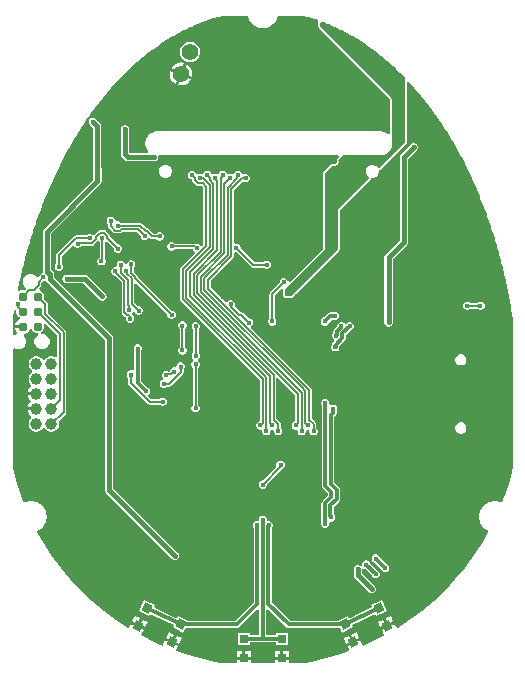
<source format=gtl>
G04*
G04 #@! TF.GenerationSoftware,Altium Limited,Altium Designer,22.7.1 (60)*
G04*
G04 Layer_Physical_Order=1*
G04 Layer_Color=255*
%FSLAX25Y25*%
%MOIN*%
G70*
G04*
G04 #@! TF.SameCoordinates,BCCB9F90-4AA1-44C7-A5C0-69E822051F84*
G04*
G04*
G04 #@! TF.FilePolarity,Positive*
G04*
G01*
G75*
%ADD13C,0.00600*%
%ADD16C,0.03098*%
G04:AMPARAMS|DCode=17|XSize=27.56mil|YSize=29.53mil|CornerRadius=0mil|HoleSize=0mil|Usage=FLASHONLY|Rotation=25.601|XOffset=0mil|YOffset=0mil|HoleType=Round|Shape=Rectangle|*
%AMROTATEDRECTD17*
4,1,4,-0.00605,-0.01927,-0.01881,0.00736,0.00605,0.01927,0.01881,-0.00736,-0.00605,-0.01927,0.0*
%
%ADD17ROTATEDRECTD17*%

%ADD18R,0.02756X0.02953*%
G04:AMPARAMS|DCode=19|XSize=27.56mil|YSize=29.53mil|CornerRadius=0mil|HoleSize=0mil|Usage=FLASHONLY|Rotation=334.399|XOffset=0mil|YOffset=0mil|HoleType=Round|Shape=Rectangle|*
%AMROTATEDRECTD19*
4,1,4,-0.01881,-0.00736,-0.00605,0.01927,0.01881,0.00736,0.00605,-0.01927,-0.01881,-0.00736,0.0*
%
%ADD19ROTATEDRECTD19*%

%ADD27C,0.01575*%
%ADD28C,0.01181*%
%ADD29C,0.01378*%
%ADD30C,0.03937*%
%ADD31C,0.05512*%
%ADD32C,0.01575*%
G36*
X205335Y315678D02*
X205882Y315471D01*
X206429Y315258D01*
X206975Y315039D01*
X207521Y314815D01*
X208064Y314586D01*
X208608Y314350D01*
X209150Y314109D01*
X209691Y313863D01*
X210232Y313611D01*
X210772Y313353D01*
X211311Y313089D01*
X211847Y312821D01*
X212384Y312546D01*
X212920Y312266D01*
X213454Y311981D01*
X213986Y311690D01*
X214519Y311393D01*
X215050Y311091D01*
X215579Y310784D01*
X216107Y310471D01*
X216635Y310152D01*
X217161Y309829D01*
X217685Y309499D01*
X218209Y309164D01*
X218730Y308824D01*
X219251Y308478D01*
X219770Y308128D01*
X220288Y307771D01*
X220804Y307410D01*
X221319Y307042D01*
X221833Y306670D01*
X222345Y306292D01*
X222855Y305909D01*
X223363Y305521D01*
X223870Y305127D01*
X224377Y304727D01*
X224880Y304324D01*
X225382Y303914D01*
X225882Y303500D01*
X226381Y303080D01*
X226879Y302655D01*
X227374Y302225D01*
X227869Y301789D01*
X228360Y301349D01*
X228851Y300903D01*
X229339Y300453D01*
X229825Y299996D01*
X230309Y299536D01*
X230792Y299071D01*
X231273Y298600D01*
X231751Y298124D01*
X232228Y297643D01*
X232689Y297172D01*
Y275334D01*
X228610Y271268D01*
X224288Y266960D01*
X223700Y267077D01*
X223671Y267148D01*
X223059Y267760D01*
X222259Y268091D01*
X221394D01*
X220595Y267760D01*
X219983Y267148D01*
X219652Y266349D01*
Y265484D01*
X219983Y264684D01*
X220569Y264099D01*
X220677Y263952D01*
X220775Y263458D01*
X210423Y253137D01*
Y239899D01*
X194658Y224134D01*
X193290D01*
X192739Y224685D01*
Y226471D01*
X206000Y239733D01*
X206000Y264999D01*
X208826Y267825D01*
X209047Y267733D01*
X209599D01*
X210109Y267944D01*
X210499Y268334D01*
X210710Y268844D01*
Y269396D01*
X210619Y269618D01*
X212269Y271268D01*
X224583D01*
X224974Y271268D01*
X224974Y271268D01*
X224974Y271268D01*
X225331Y271338D01*
X225742Y271420D01*
X225742Y271420D01*
X225742Y271420D01*
X226466Y271720D01*
X227117Y272155D01*
X227671Y272709D01*
X228106Y273360D01*
X228405Y274083D01*
X228558Y274851D01*
X228558Y275243D01*
X228558Y275243D01*
Y275635D01*
X228532Y275765D01*
Y290091D01*
X204500Y314124D01*
Y315389D01*
X205100Y315764D01*
X205335Y315678D01*
D02*
G37*
G36*
X103225Y219376D02*
Y218668D01*
X103552Y217878D01*
X104157Y217273D01*
X104487Y217136D01*
X104487Y216487D01*
X103930Y216256D01*
X103213Y215539D01*
X102825Y214602D01*
Y214595D01*
X105374D01*
Y213595D01*
X102825D01*
Y213588D01*
X103213Y212651D01*
X103618Y212246D01*
X103430Y211646D01*
X102587Y211297D01*
X101987Y211537D01*
Y216191D01*
X102095Y216913D01*
X102228Y217775D01*
X102365Y218638D01*
X102477Y219321D01*
X102481Y219326D01*
X102894Y219501D01*
X103115Y219503D01*
X103225Y219376D01*
D02*
G37*
G36*
X180400Y317665D02*
X180413Y317567D01*
X180732Y316652D01*
X180888Y316385D01*
X181022Y316106D01*
X181604Y315331D01*
X181834Y315125D01*
X182046Y314900D01*
X182836Y314338D01*
X183118Y314212D01*
X183389Y314062D01*
X184313Y313767D01*
X184620Y313732D01*
X184923Y313672D01*
X185892D01*
X186196Y313732D01*
X186503Y313767D01*
X187426Y314062D01*
X187697Y314212D01*
X187979Y314338D01*
X188769Y314900D01*
X188981Y315125D01*
X189211Y315331D01*
X189793Y316106D01*
X189927Y316385D01*
X190084Y316652D01*
X190402Y317567D01*
X190416Y317665D01*
X198940D01*
X199264Y317583D01*
X199820Y317438D01*
X200374Y317288D01*
X200928Y317132D01*
X201481Y316970D01*
X202034Y316802D01*
X202585Y316629D01*
X203136Y316450D01*
X203677Y316269D01*
X203702Y316236D01*
X203832Y315968D01*
X203886Y315562D01*
X203867Y315535D01*
X203880Y315460D01*
X203851Y315389D01*
Y314124D01*
X204041Y313665D01*
X227883Y289823D01*
Y278414D01*
X227283Y278165D01*
X227117Y278331D01*
X226466Y278766D01*
X225742Y279066D01*
X224974Y279219D01*
X224583D01*
X224583Y279219D01*
X150173Y279219D01*
X149782Y279219D01*
X149014Y279066D01*
X148290Y278766D01*
X147639Y278331D01*
X147639Y278331D01*
X147085Y277777D01*
X146650Y277126D01*
X146350Y276403D01*
X146350Y276403D01*
X146350Y276403D01*
X146281Y276051D01*
X146198Y275635D01*
X146198Y275635D01*
X146198Y275635D01*
X146198Y275243D01*
X146198Y274852D01*
X146350Y274083D01*
X146650Y273360D01*
X147085Y272709D01*
X147234Y272560D01*
X146985Y271960D01*
X140997D01*
X140903Y272054D01*
Y279782D01*
X140876Y279919D01*
Y280058D01*
X140822Y280187D01*
X140795Y280323D01*
X140718Y280439D01*
X140664Y280568D01*
X140566Y280666D01*
X140488Y280782D01*
X140373Y280860D01*
X140274Y280958D01*
X140145Y281012D01*
X140030Y281089D01*
X139893Y281116D01*
X139764Y281169D01*
X139625D01*
X139488Y281196D01*
X139351Y281169D01*
X139212D01*
X139084Y281116D01*
X138947Y281089D01*
X138831Y281012D01*
X138702Y280958D01*
X138604Y280860D01*
X138488Y280782D01*
X138410Y280666D01*
X138312Y280568D01*
X138259Y280439D01*
X138181Y280323D01*
X138154Y280187D01*
X138101Y280058D01*
Y279919D01*
X138074Y279782D01*
Y271468D01*
X138181Y270927D01*
X138488Y270468D01*
X139410Y269545D01*
X139869Y269238D01*
X140411Y269131D01*
X149173D01*
X149310Y269158D01*
X149449D01*
X149578Y269211D01*
X149715Y269238D01*
X149830Y269316D01*
X149959Y269369D01*
X150058Y269468D01*
X150173Y269545D01*
X150251Y269661D01*
X150349Y269759D01*
X150403Y269888D01*
X150480Y270004D01*
X150507Y270141D01*
X150561Y270269D01*
Y270409D01*
X150588Y270545D01*
X150564Y270668D01*
X150561Y270684D01*
Y270821D01*
X150906Y271194D01*
X151026Y271268D01*
X210566D01*
X210796Y270713D01*
X210159Y270077D01*
X210110Y269957D01*
X210019Y269866D01*
Y269737D01*
X209969Y269618D01*
X210019Y269498D01*
Y269369D01*
X210061Y269267D01*
Y268973D01*
X209948Y268702D01*
X209741Y268495D01*
X209470Y268382D01*
X209176D01*
X209074Y268425D01*
X208945D01*
X208826Y268474D01*
X208706Y268425D01*
X208577D01*
X208486Y268333D01*
X208366Y268284D01*
X205541Y265458D01*
X205351Y264999D01*
X205351Y240002D01*
X194417Y229068D01*
X194112Y229138D01*
X193784Y229284D01*
X193606Y229716D01*
X193216Y230106D01*
X192706Y230317D01*
X192154D01*
X191644Y230106D01*
X191253Y229716D01*
X191042Y229206D01*
Y228840D01*
X187898Y225696D01*
X187699Y225398D01*
X187630Y225047D01*
Y216842D01*
X187371Y216583D01*
X187160Y216074D01*
Y215522D01*
X187371Y215012D01*
X187761Y214621D01*
X188271Y214410D01*
X188823D01*
X189333Y214621D01*
X189723Y215012D01*
X189935Y215522D01*
Y216074D01*
X189723Y216583D01*
X189465Y216842D01*
Y224667D01*
X191560Y226763D01*
X192010Y226515D01*
X192089Y226443D01*
Y224685D01*
X192279Y224226D01*
X192831Y223674D01*
X193290Y223484D01*
X194658D01*
X195117Y223674D01*
X210882Y239440D01*
X211072Y239899D01*
Y252868D01*
X221234Y262998D01*
X221259Y263059D01*
X221315Y263096D01*
X221352Y263282D01*
X221425Y263457D01*
X221919Y263721D01*
X221993Y263741D01*
X222259D01*
X223059Y264073D01*
X223671Y264684D01*
X224002Y265484D01*
Y265743D01*
X224022Y265817D01*
X224287Y266310D01*
X224463Y266383D01*
X224649Y266419D01*
X224686Y266474D01*
X224747Y266500D01*
X229068Y270808D01*
X233147Y274874D01*
X233148Y274874D01*
X233148Y274874D01*
X233243Y275104D01*
X233338Y275333D01*
X233338Y275333D01*
X233338Y275334D01*
Y295622D01*
X233938Y295859D01*
X234115Y295670D01*
X234581Y295165D01*
X235046Y294654D01*
X235508Y294140D01*
X235968Y293620D01*
X236426Y293095D01*
X236883Y292565D01*
X237336Y292031D01*
X237787Y291492D01*
X238236Y290949D01*
X238684Y290399D01*
X239127Y289847D01*
X239570Y289289D01*
X240009Y288727D01*
X240447Y288160D01*
X240882Y287589D01*
X241315Y287013D01*
X241745Y286433D01*
X242173Y285847D01*
X242598Y285258D01*
X243021Y284665D01*
X243441Y284067D01*
X243859Y283464D01*
X244274Y282857D01*
X244687Y282246D01*
X245097Y281630D01*
X245504Y281012D01*
X245909Y280387D01*
X246311Y279759D01*
X246710Y279127D01*
X247108Y278490D01*
X247501Y277850D01*
X247893Y277204D01*
X248281Y276556D01*
X248668Y275903D01*
X249050Y275246D01*
X249431Y274586D01*
X249809Y273919D01*
X250183Y273251D01*
X250554Y272580D01*
X250923Y271903D01*
X251290Y271221D01*
X251653Y270538D01*
X252013Y269850D01*
X252369Y269160D01*
X252724Y268463D01*
X253076Y267764D01*
X253424Y267061D01*
X253768Y266357D01*
X254110Y265648D01*
X254450Y264933D01*
X254786Y264216D01*
X255120Y263495D01*
X255450Y262771D01*
X255777Y262044D01*
X256100Y261314D01*
X256421Y260578D01*
X256739Y259842D01*
X257053Y259101D01*
X257364Y258357D01*
X257673Y257609D01*
X257977Y256860D01*
X258278Y256106D01*
X258577Y255349D01*
X258872Y254589D01*
X259164Y253826D01*
X259452Y253062D01*
X259737Y252292D01*
X260019Y251520D01*
X260298Y250746D01*
X260573Y249969D01*
X260845Y249189D01*
X261114Y248405D01*
X261379Y247619D01*
X261641Y246829D01*
X261899Y246038D01*
X262154Y245244D01*
X262405Y244448D01*
X262654Y243648D01*
X262898Y242846D01*
X263140Y242041D01*
X263377Y241236D01*
X263612Y240424D01*
X263843Y239612D01*
X264069Y238800D01*
X264294Y237982D01*
X264514Y237164D01*
X264730Y236344D01*
X264944Y235517D01*
X265153Y234694D01*
X265360Y233864D01*
X265562Y233035D01*
X265761Y232203D01*
X265956Y231369D01*
X266148Y230535D01*
X266337Y229694D01*
X266521Y228855D01*
X266702Y228012D01*
X266879Y227169D01*
X267053Y226324D01*
X267223Y225477D01*
X267389Y224626D01*
X267552Y223777D01*
X267711Y222922D01*
X267866Y222070D01*
X268018Y221213D01*
X268166Y220357D01*
X268310Y219497D01*
X268451Y218636D01*
X268587Y217775D01*
X268720Y216913D01*
X268828Y216191D01*
X268828Y167352D01*
X268431Y165600D01*
X267351Y161702D01*
X266088Y157859D01*
X265258Y155686D01*
X264702Y155459D01*
X264275Y155656D01*
X263970Y155728D01*
X263671Y155825D01*
X262695Y155940D01*
X262382Y155915D01*
X262068Y155915D01*
X261104Y155722D01*
X260814Y155602D01*
X260516Y155505D01*
X259658Y155025D01*
X259419Y154821D01*
X259165Y154637D01*
X258497Y153915D01*
X258333Y153648D01*
X258148Y153395D01*
X257735Y152502D01*
X257662Y152197D01*
X257564Y151899D01*
X257447Y150923D01*
X257470Y150610D01*
X257470Y150296D01*
X257659Y149331D01*
X257778Y149041D01*
X257874Y148742D01*
X258352Y147883D01*
X258555Y147644D01*
X258738Y147389D01*
X259458Y146719D01*
X259725Y146554D01*
X259978Y146369D01*
X260416Y146164D01*
X260599Y145593D01*
X258657Y142156D01*
X255871Y137852D01*
X252832Y133721D01*
X249552Y129780D01*
X246041Y126043D01*
X242314Y122522D01*
X238382Y119231D01*
X234260Y116181D01*
X230424Y113683D01*
X229847Y113845D01*
X229303Y114980D01*
X227159Y113952D01*
X225014Y112925D01*
X225868Y111142D01*
X225416Y110803D01*
X220906Y108583D01*
X218817Y107706D01*
X218795Y107754D01*
X218536Y108295D01*
X217941Y109536D01*
X215797Y108508D01*
X213652Y107481D01*
X214184Y106371D01*
X213954Y105817D01*
X211341Y104899D01*
X206410Y103493D01*
X201403Y102385D01*
X199028Y102007D01*
X194085D01*
Y103035D01*
X189329D01*
Y102007D01*
X181486D01*
Y103035D01*
X176731D01*
Y102007D01*
X171787D01*
X169412Y102385D01*
X164406Y103493D01*
X159475Y104899D01*
X156864Y105816D01*
X156634Y106370D01*
X157166Y107481D01*
X155022Y108508D01*
X152877Y109536D01*
X152283Y108295D01*
X152023Y107754D01*
X152001Y107704D01*
X149909Y108583D01*
X145401Y110802D01*
X144951Y111142D01*
X145805Y112925D01*
X143660Y113952D01*
X141516Y114980D01*
X140971Y113843D01*
X140394Y113681D01*
X136555Y116181D01*
X132433Y119231D01*
X128502Y122522D01*
X124774Y126043D01*
X121264Y129780D01*
X117983Y133721D01*
X114945Y137852D01*
X112159Y142156D01*
X110216Y145593D01*
X110399Y146164D01*
X110837Y146369D01*
X111090Y146554D01*
X111357Y146719D01*
X112077Y147389D01*
X112260Y147644D01*
X112463Y147883D01*
X112941Y148742D01*
X113037Y149041D01*
X113156Y149331D01*
X113346Y150296D01*
X113345Y150610D01*
X113369Y150923D01*
X113251Y151899D01*
X113154Y152197D01*
X113080Y152502D01*
X112667Y153395D01*
X112483Y153648D01*
X112318Y153915D01*
X111650Y154637D01*
X111396Y154821D01*
X111158Y155025D01*
X110300Y155505D01*
X110001Y155602D01*
X109712Y155722D01*
X108747Y155915D01*
X108433Y155915D01*
X108121Y155940D01*
X107144Y155825D01*
X106846Y155728D01*
X106541Y155656D01*
X106113Y155459D01*
X105558Y155686D01*
X104728Y157859D01*
X103465Y161702D01*
X102385Y165600D01*
X101987Y167352D01*
Y206654D01*
X102587Y206893D01*
X103430Y206544D01*
X104444D01*
X105382Y206933D01*
X106099Y207650D01*
X106488Y208588D01*
Y209603D01*
X106099Y210540D01*
X105694Y210946D01*
X105881Y211546D01*
X106818Y211934D01*
X107535Y212651D01*
X107766Y213208D01*
X108415Y213208D01*
X108552Y212878D01*
X109157Y212273D01*
X109947Y211946D01*
X110460D01*
X110579Y211346D01*
X110366Y211258D01*
X109649Y210540D01*
X109260Y209603D01*
Y208588D01*
X109649Y207650D01*
X110366Y206933D01*
X111304Y206544D01*
X112318D01*
X113256Y206933D01*
X113973Y207650D01*
X114362Y208588D01*
Y209603D01*
X113973Y210540D01*
X113256Y211258D01*
X112318Y211646D01*
X111645D01*
X111526Y212246D01*
X111591Y212273D01*
X112196Y212878D01*
X112523Y213668D01*
Y214523D01*
X112327Y214996D01*
X112836Y215335D01*
X116919Y211252D01*
Y204125D01*
X116319Y203832D01*
X115960Y204040D01*
X115307Y204215D01*
X114630D01*
X113977Y204040D01*
X113391Y203701D01*
X112913Y203223D01*
X112815Y203053D01*
X112122D01*
X112024Y203223D01*
X111546Y203701D01*
X110960Y204040D01*
X110307Y204215D01*
X109630D01*
X108977Y204040D01*
X108391Y203701D01*
X107913Y203223D01*
X107575Y202637D01*
X107400Y201984D01*
Y201308D01*
X107575Y200655D01*
X107913Y200069D01*
X108391Y199591D01*
X108562Y199492D01*
Y198800D01*
X108391Y198701D01*
X107913Y198223D01*
X107575Y197637D01*
X107400Y196984D01*
Y196308D01*
X107575Y195655D01*
X107913Y195069D01*
X108223Y194759D01*
X108217Y194063D01*
X108146Y194021D01*
X107593Y193469D01*
X107202Y192792D01*
X107029Y192146D01*
X109968D01*
Y191146D01*
X107029D01*
X107202Y190500D01*
X107593Y189823D01*
X107865Y189552D01*
X108080Y189146D01*
X107865Y188740D01*
X107593Y188469D01*
X107202Y187792D01*
X107029Y187146D01*
X109968D01*
Y186146D01*
X107029D01*
X107202Y185500D01*
X107593Y184823D01*
X108146Y184271D01*
X108217Y184229D01*
X108223Y183533D01*
X107913Y183223D01*
X107575Y182637D01*
X107400Y181984D01*
Y181308D01*
X107575Y180655D01*
X107913Y180069D01*
X108391Y179591D01*
X108977Y179253D01*
X109630Y179077D01*
X110307D01*
X110960Y179253D01*
X111546Y179591D01*
X112024Y180069D01*
X112122Y180239D01*
X112815D01*
X112913Y180069D01*
X113391Y179591D01*
X113977Y179253D01*
X114630Y179077D01*
X115307D01*
X115960Y179253D01*
X116546Y179591D01*
X117024Y180069D01*
X117362Y180655D01*
X117537Y181308D01*
Y181984D01*
X117362Y182637D01*
X117324Y182703D01*
X119686Y185066D01*
X119885Y185363D01*
X119955Y185714D01*
Y212129D01*
X119885Y212480D01*
X119686Y212778D01*
X113741Y218723D01*
Y221646D01*
X113671Y221997D01*
X113472Y222295D01*
X112399Y223368D01*
X112523Y223668D01*
Y224523D01*
X112196Y225313D01*
X111591Y225917D01*
X111084Y226127D01*
X110907Y226799D01*
X111374Y227266D01*
X111573Y227563D01*
X111642Y227914D01*
Y228707D01*
X112115Y229180D01*
X112481D01*
X112991Y229391D01*
X113152Y229375D01*
X113379Y229034D01*
X132706Y209708D01*
Y159718D01*
X132814Y159177D01*
X133120Y158718D01*
X155149Y136689D01*
X155265Y136611D01*
X155364Y136513D01*
X155492Y136460D01*
X155608Y136382D01*
X155745Y136355D01*
X155874Y136302D01*
X156013D01*
X156150Y136274D01*
X156286Y136302D01*
X156426D01*
X156554Y136355D01*
X156691Y136382D01*
X156807Y136460D01*
X156936Y136513D01*
X157034Y136611D01*
X157150Y136689D01*
X157227Y136805D01*
X157326Y136903D01*
X157379Y137032D01*
X157457Y137148D01*
X157484Y137284D01*
X157537Y137413D01*
Y137552D01*
X157564Y137689D01*
X157537Y137826D01*
Y137965D01*
X157484Y138094D01*
X157457Y138230D01*
X157379Y138346D01*
X157326Y138475D01*
X157227Y138573D01*
X157150Y138689D01*
X135535Y160304D01*
Y210294D01*
X135427Y210835D01*
X135121Y211294D01*
X115794Y230621D01*
Y231468D01*
X115687Y232009D01*
X115380Y232468D01*
X114850Y232998D01*
Y245076D01*
X131233Y261459D01*
X131539Y261918D01*
X131647Y262459D01*
Y266987D01*
X131639Y267026D01*
Y280866D01*
X131531Y281407D01*
X131225Y281866D01*
X129736Y283355D01*
X129736Y283355D01*
X129621Y283432D01*
X129522Y283530D01*
X129393Y283584D01*
X129278Y283661D01*
X129141Y283688D01*
X129012Y283742D01*
X128873D01*
X128736Y283769D01*
X128600Y283742D01*
X128460D01*
X128331Y283688D01*
X128195Y283661D01*
X128079Y283584D01*
X127950Y283530D01*
X127852Y283432D01*
X127736Y283355D01*
X127659Y283239D01*
X127560Y283140D01*
X127507Y283012D01*
X127429Y282896D01*
X127402Y282759D01*
X127349Y282630D01*
Y282491D01*
X127322Y282354D01*
X127349Y282218D01*
Y282078D01*
X127402Y281950D01*
X127429Y281813D01*
X127507Y281697D01*
X127560Y281568D01*
X127658Y281470D01*
X127736Y281354D01*
X128810Y280280D01*
Y266995D01*
X128818Y266955D01*
Y263045D01*
X112435Y246662D01*
X112128Y246204D01*
X112021Y245662D01*
Y232412D01*
X112076Y232134D01*
X111929Y231954D01*
X111419Y231743D01*
X111029Y231353D01*
X110817Y230843D01*
X110622Y230695D01*
X110036Y230540D01*
X109319Y231258D01*
X108381Y231646D01*
X107367D01*
X106429Y231258D01*
X105712Y230540D01*
X105323Y229603D01*
Y228588D01*
X105712Y227650D01*
X106429Y226933D01*
X106509Y226529D01*
X106101Y226120D01*
X105801Y226244D01*
X104946D01*
X104305Y225979D01*
X103881Y226231D01*
X103770Y226357D01*
X103936Y227168D01*
X104113Y228012D01*
X104294Y228853D01*
X104479Y229696D01*
X104667Y230533D01*
X104859Y231368D01*
X105054Y232204D01*
X105253Y233035D01*
X105456Y233867D01*
X105662Y234695D01*
X105872Y235519D01*
X106085Y236344D01*
X106301Y237162D01*
X106522Y237982D01*
X106746Y238799D01*
X106973Y239615D01*
X107204Y240425D01*
X107438Y241235D01*
X107676Y242041D01*
X107917Y242846D01*
X108161Y243647D01*
X108410Y244447D01*
X108662Y245245D01*
X108916Y246038D01*
X109175Y246830D01*
X109437Y247618D01*
X109702Y248405D01*
X109971Y249188D01*
X110242Y249968D01*
X110518Y250746D01*
X110796Y251520D01*
X111078Y252293D01*
X111363Y253061D01*
X111651Y253826D01*
X111944Y254590D01*
X112239Y255350D01*
X112537Y256106D01*
X112839Y256860D01*
X113143Y257610D01*
X113451Y258356D01*
X113763Y259102D01*
X114077Y259842D01*
X114394Y260578D01*
X114715Y261313D01*
X115039Y262044D01*
X115366Y262771D01*
X115695Y263494D01*
X116029Y264216D01*
X116364Y264931D01*
X116704Y265646D01*
X117046Y266355D01*
X117392Y267062D01*
X117740Y267764D01*
X118091Y268464D01*
X118446Y269159D01*
X118802Y269850D01*
X119163Y270538D01*
X119526Y271222D01*
X119892Y271903D01*
X120261Y272580D01*
X120633Y273253D01*
X121007Y273920D01*
X121385Y274586D01*
X121765Y275247D01*
X122148Y275903D01*
X122535Y276557D01*
X122923Y277205D01*
X123314Y277850D01*
X123708Y278490D01*
X124105Y279127D01*
X124504Y279759D01*
X124906Y280387D01*
X125311Y281011D01*
X125719Y281631D01*
X126129Y282246D01*
X126542Y282858D01*
X126956Y283463D01*
X127374Y284067D01*
X127794Y284665D01*
X128218Y285259D01*
X128642Y285847D01*
X129070Y286433D01*
X129501Y287013D01*
X129933Y287589D01*
X130368Y288160D01*
X130805Y288726D01*
X131245Y289289D01*
X131688Y289847D01*
X132132Y290400D01*
X132580Y290949D01*
X133028Y291492D01*
X133479Y292031D01*
X133933Y292565D01*
X134389Y293095D01*
X134847Y293619D01*
X135306Y294139D01*
X135768Y294653D01*
X136233Y295164D01*
X136700Y295669D01*
X137169Y296171D01*
X137639Y296666D01*
X138113Y297158D01*
X138587Y297643D01*
X139064Y298124D01*
X139543Y298600D01*
X140023Y299070D01*
X140506Y299536D01*
X140990Y299996D01*
X141478Y300453D01*
X141965Y300903D01*
X142455Y301349D01*
X142947Y301790D01*
X143441Y302225D01*
X143937Y302655D01*
X144433Y303080D01*
X144933Y303500D01*
X145434Y303915D01*
X145936Y304324D01*
X146439Y304728D01*
X146945Y305127D01*
X147452Y305521D01*
X147961Y305909D01*
X148472Y306293D01*
X148983Y306670D01*
X149496Y307042D01*
X150012Y307410D01*
X150528Y307771D01*
X151046Y308128D01*
X151564Y308478D01*
X152085Y308824D01*
X152607Y309165D01*
X153131Y309500D01*
X153654Y309828D01*
X154181Y310153D01*
X154708Y310471D01*
X155236Y310784D01*
X155765Y311091D01*
X156297Y311394D01*
X156829Y311690D01*
X157361Y311981D01*
X157896Y312266D01*
X158432Y312546D01*
X158967Y312820D01*
X159505Y313090D01*
X160044Y313353D01*
X160583Y313611D01*
X161123Y313862D01*
X161665Y314109D01*
X162208Y314350D01*
X162751Y314585D01*
X163295Y314815D01*
X163840Y315039D01*
X164386Y315258D01*
X164933Y315471D01*
X165481Y315678D01*
X166029Y315879D01*
X166579Y316075D01*
X167129Y316266D01*
X167679Y316450D01*
X168229Y316629D01*
X168782Y316802D01*
X169335Y316970D01*
X169888Y317132D01*
X170441Y317288D01*
X170995Y317438D01*
X171551Y317583D01*
X171876Y317665D01*
X180400Y317665D01*
D02*
G37*
%LPC*%
G36*
X161105Y309025D02*
X160230Y308902D01*
X159417Y308557D01*
X158721Y308013D01*
X158189Y307308D01*
X157858Y306488D01*
X157750Y305611D01*
X157873Y304736D01*
X158218Y303923D01*
X158762Y303226D01*
X159468Y302695D01*
X160287Y302364D01*
X161164Y302256D01*
X162039Y302379D01*
X162853Y302724D01*
X163549Y303268D01*
X164081Y303974D01*
X164412Y304793D01*
X164520Y305670D01*
X164397Y306545D01*
X164051Y307359D01*
X163507Y308055D01*
X162802Y308587D01*
X161982Y308918D01*
X161105Y309025D01*
D02*
G37*
G36*
X158152Y302128D02*
X157173Y301991D01*
X156263Y301604D01*
X155483Y300995D01*
X154892Y300210D01*
X157909Y298991D01*
X159128Y302008D01*
X158152Y302128D01*
D02*
G37*
G36*
X160055Y301634D02*
X158836Y298616D01*
X161854Y297397D01*
X161973Y298373D01*
X161836Y299352D01*
X161449Y300263D01*
X160840Y301042D01*
X160055Y301634D01*
D02*
G37*
G36*
X154517Y299283D02*
X154397Y298307D01*
X154535Y297328D01*
X154921Y296417D01*
X155530Y295638D01*
X156315Y295046D01*
X157534Y298064D01*
X154517Y299283D01*
D02*
G37*
G36*
X158461Y297689D02*
X157242Y294672D01*
X158218Y294552D01*
X159198Y294689D01*
X160108Y295076D01*
X160887Y295685D01*
X161479Y296470D01*
X158461Y297689D01*
D02*
G37*
G36*
X177418Y265994D02*
X176866D01*
X176356Y265782D01*
X175966Y265392D01*
X175854Y265122D01*
X175515Y264868D01*
X175154Y264848D01*
X174859Y264970D01*
X174307D01*
X174011Y264848D01*
X173651Y264868D01*
X173312Y265122D01*
X173200Y265392D01*
X172810Y265782D01*
X172300Y265994D01*
X171748D01*
X171238Y265782D01*
X170847Y265392D01*
X170736Y265122D01*
X170397Y264868D01*
X170036Y264848D01*
X169740Y264970D01*
X169189D01*
X168893Y264848D01*
X168532Y264868D01*
X168193Y265122D01*
X168082Y265392D01*
X167691Y265782D01*
X167182Y265994D01*
X166630D01*
X166120Y265782D01*
X165729Y265392D01*
X165618Y265122D01*
X165279Y264868D01*
X164918Y264848D01*
X164622Y264970D01*
X164070D01*
X163775Y264848D01*
X163414Y264868D01*
X163075Y265122D01*
X162964Y265392D01*
X162573Y265782D01*
X162063Y265994D01*
X161511D01*
X161002Y265782D01*
X160611Y265392D01*
X160400Y264882D01*
Y264330D01*
X160611Y263820D01*
X161002Y263430D01*
X161511Y263219D01*
X161741D01*
Y262884D01*
X161811Y262533D01*
X162010Y262235D01*
X162999Y261246D01*
X163296Y261048D01*
X163647Y260978D01*
X164991D01*
X165627Y260342D01*
Y241354D01*
X165188Y240962D01*
X164646Y241069D01*
X164256Y241460D01*
X163746Y241671D01*
X163194D01*
X163079Y241623D01*
X163037Y241652D01*
X162686Y241722D01*
X156031D01*
X155772Y241980D01*
X155263Y242191D01*
X154711D01*
X154201Y241980D01*
X153810Y241590D01*
X153599Y241080D01*
Y240528D01*
X153810Y240018D01*
X154201Y239628D01*
X154711Y239417D01*
X155263D01*
X155772Y239628D01*
X156031Y239886D01*
X162133D01*
X162294Y239498D01*
X162684Y239107D01*
X162800Y238525D01*
X158106Y233831D01*
X157907Y233533D01*
X157837Y233182D01*
Y223251D01*
X157907Y222900D01*
X158106Y222602D01*
X184461Y196247D01*
Y182521D01*
X184334D01*
X183824Y182310D01*
X183434Y181920D01*
X183223Y181410D01*
Y180858D01*
X183434Y180348D01*
X183824Y179958D01*
X184334Y179746D01*
X184652D01*
X184981Y179585D01*
X185191Y179223D01*
Y178929D01*
X185403Y178419D01*
X185793Y178029D01*
X186303Y177817D01*
X186855D01*
X187365Y178029D01*
X187755Y178419D01*
X187966Y178929D01*
Y179223D01*
X188177Y179585D01*
X188505Y179746D01*
X188589D01*
X188918Y179585D01*
X189128Y179223D01*
Y178929D01*
X189340Y178419D01*
X189730Y178029D01*
X190240Y177817D01*
X190792D01*
X191302Y178029D01*
X191692Y178419D01*
X191903Y178929D01*
Y179481D01*
X191692Y179991D01*
X191433Y180249D01*
Y181552D01*
X191364Y181903D01*
X191165Y182201D01*
X189918Y183448D01*
Y196795D01*
X190472Y197025D01*
X196272Y191224D01*
Y182521D01*
X196145D01*
X195635Y182310D01*
X195245Y181920D01*
X195034Y181410D01*
Y180858D01*
X195245Y180348D01*
X195635Y179958D01*
X196145Y179746D01*
X196463D01*
X196792Y179585D01*
X197002Y179223D01*
Y178929D01*
X197214Y178419D01*
X197604Y178029D01*
X198114Y177817D01*
X198666D01*
X199176Y178029D01*
X199566Y178419D01*
X199777Y178929D01*
Y179223D01*
X199988Y179585D01*
X200317Y179746D01*
X200400D01*
X200729Y179585D01*
X200939Y179223D01*
Y178929D01*
X201151Y178419D01*
X201541Y178029D01*
X202051Y177817D01*
X202603D01*
X203113Y178029D01*
X203503Y178419D01*
X203714Y178929D01*
Y179481D01*
X203503Y179991D01*
X203244Y180249D01*
Y181552D01*
X203175Y181903D01*
X202976Y182201D01*
X201707Y183469D01*
Y193096D01*
X201638Y193447D01*
X201439Y193744D01*
X200239Y194944D01*
X200239Y194944D01*
X181518Y213666D01*
X181633Y214248D01*
X182024Y214638D01*
X182235Y215148D01*
Y215700D01*
X182024Y216210D01*
X181633Y216600D01*
X181123Y216811D01*
X180758D01*
X178856Y218713D01*
X178558Y218912D01*
X178207Y218982D01*
X177898D01*
X175998Y220882D01*
X176146Y221237D01*
Y221789D01*
X175935Y222299D01*
X175544Y222690D01*
X175034Y222901D01*
X174482D01*
X173972Y222690D01*
X173582Y222299D01*
X173000Y222183D01*
X168073Y227110D01*
Y229323D01*
X175593Y236843D01*
X175792Y237141D01*
X175862Y237492D01*
Y238554D01*
X176356Y238884D01*
X176722D01*
X181574Y234031D01*
X181872Y233832D01*
X182223Y233762D01*
X185635D01*
X185894Y233504D01*
X186404Y233293D01*
X186955D01*
X187465Y233504D01*
X187856Y233894D01*
X188067Y234404D01*
Y234956D01*
X187856Y235466D01*
X187465Y235856D01*
X186955Y236067D01*
X186404D01*
X185894Y235856D01*
X185635Y235597D01*
X182603D01*
X178019Y240181D01*
Y240547D01*
X177808Y241057D01*
X177418Y241447D01*
X176908Y241659D01*
X176356D01*
X175862Y241988D01*
Y259481D01*
X178851Y262470D01*
X178915Y262406D01*
X179425Y262195D01*
X179977D01*
X180487Y262406D01*
X180877Y262797D01*
X181088Y263307D01*
Y263859D01*
X180877Y264369D01*
X180487Y264759D01*
X179977Y264970D01*
X179425D01*
X179129Y264848D01*
X178769Y264868D01*
X178430Y265122D01*
X178318Y265392D01*
X177928Y265782D01*
X177418Y265994D01*
D02*
G37*
G36*
X153362Y268091D02*
X152497D01*
X151697Y267760D01*
X151085Y267148D01*
X150754Y266349D01*
Y265484D01*
X151085Y264684D01*
X151697Y264073D01*
X152497Y263741D01*
X153362D01*
X154161Y264073D01*
X154773Y264684D01*
X155104Y265484D01*
Y266349D01*
X154773Y267148D01*
X154161Y267760D01*
X153362Y268091D01*
D02*
G37*
G36*
X132645Y246188D02*
X131247D01*
X130896Y246119D01*
X130598Y245920D01*
X129359Y244681D01*
X129357Y244679D01*
X128733Y244633D01*
X128577Y244679D01*
X128496Y244760D01*
X127986Y244971D01*
X127434D01*
X126924Y244760D01*
X126665Y244501D01*
X123186D01*
X122835Y244431D01*
X122537Y244232D01*
X116755Y238451D01*
X116556Y238153D01*
X116486Y237802D01*
Y235051D01*
X116228Y234792D01*
X116016Y234282D01*
Y233730D01*
X116228Y233220D01*
X116618Y232830D01*
X117128Y232619D01*
X117680D01*
X118190Y232830D01*
X118580Y233220D01*
X118791Y233730D01*
Y234282D01*
X118580Y234792D01*
X118322Y235051D01*
Y237421D01*
X121899Y240999D01*
X122482Y240883D01*
X122872Y240493D01*
X123382Y240282D01*
X123934D01*
X124444Y240493D01*
X124834Y240883D01*
X124873Y240978D01*
X128409D01*
X128760Y241048D01*
X129058Y241247D01*
X130297Y242486D01*
X130520Y242633D01*
X131028Y242374D01*
Y237159D01*
X130823Y237074D01*
X130433Y236684D01*
X130222Y236174D01*
Y235622D01*
X130433Y235112D01*
X130823Y234722D01*
X131333Y234511D01*
X131885D01*
X132395Y234722D01*
X132785Y235112D01*
X132996Y235622D01*
Y236174D01*
X132831Y236573D01*
X132863Y236737D01*
Y242138D01*
X133464Y242387D01*
X135687Y240164D01*
Y239798D01*
X135898Y239288D01*
X136288Y238898D01*
X136798Y238686D01*
X137350D01*
X137860Y238898D01*
X138250Y239288D01*
X138461Y239798D01*
Y240350D01*
X138250Y240860D01*
X137860Y241250D01*
X137350Y241461D01*
X136984D01*
X134551Y243895D01*
Y244282D01*
X134481Y244634D01*
X134282Y244931D01*
X133294Y245920D01*
X132996Y246119D01*
X132645Y246188D01*
D02*
G37*
G36*
X135032Y250740D02*
X134480D01*
X133970Y250529D01*
X133580Y250139D01*
X133368Y249629D01*
Y249077D01*
X133580Y248567D01*
X133838Y248308D01*
Y247569D01*
X133908Y247217D01*
X134107Y246920D01*
X135635Y245392D01*
X135932Y245193D01*
X136283Y245124D01*
X137681D01*
X138032Y245193D01*
X138330Y245392D01*
X138549Y245611D01*
X143407D01*
X144676Y244342D01*
Y243976D01*
X144887Y243467D01*
X145277Y243076D01*
X145787Y242865D01*
X146339D01*
X146849Y243076D01*
X147239Y243467D01*
X147730Y243564D01*
X147907Y243511D01*
X148163Y243340D01*
X148514Y243270D01*
X149895D01*
X150221Y242943D01*
X150731Y242732D01*
X151283D01*
X151793Y242943D01*
X152183Y243333D01*
X152395Y243843D01*
Y244395D01*
X152183Y244905D01*
X151793Y245295D01*
X151283Y245507D01*
X150731D01*
X150221Y245295D01*
X150031Y245105D01*
X148895D01*
X147411Y246589D01*
X147113Y246788D01*
X146762Y246858D01*
X146718D01*
X145198Y248377D01*
X144900Y248576D01*
X144549Y248646D01*
X138027D01*
X137768Y248905D01*
X137258Y249116D01*
X136706D01*
X136143Y249532D01*
Y249629D01*
X135932Y250139D01*
X135542Y250529D01*
X135032Y250740D01*
D02*
G37*
G36*
X141777Y236273D02*
X141225D01*
X140715Y236062D01*
X140325Y235671D01*
X140113Y235161D01*
Y235067D01*
X139582Y234536D01*
X139511Y234533D01*
X139426Y234595D01*
Y234951D01*
X139215Y235461D01*
X138824Y235852D01*
X138314Y236063D01*
X137762D01*
X137252Y235852D01*
X136862Y235461D01*
X136651Y234951D01*
Y234438D01*
X136644Y234392D01*
X136215Y233884D01*
X136020D01*
X135510Y233672D01*
X135119Y233282D01*
X134908Y232772D01*
Y232220D01*
X135119Y231710D01*
X135510Y231320D01*
X136020Y231109D01*
X136086D01*
X136189Y230954D01*
X138340Y228804D01*
Y218990D01*
X138410Y218639D01*
X138609Y218341D01*
X139597Y217353D01*
X139874Y217168D01*
X139781Y216944D01*
Y216392D01*
X139992Y215882D01*
X140382Y215492D01*
X140892Y215281D01*
X141444D01*
X141954Y215492D01*
X142344Y215882D01*
X142556Y216392D01*
Y216944D01*
X142344Y217454D01*
X141954Y217845D01*
X141920Y217859D01*
X141777Y218428D01*
X142125Y218869D01*
X142344Y218881D01*
X142745Y218842D01*
X142828Y218642D01*
X143218Y218252D01*
X143728Y218041D01*
X144280D01*
X144790Y218252D01*
X145180Y218642D01*
X145391Y219152D01*
Y219704D01*
X145180Y220214D01*
X144790Y220604D01*
X144280Y220816D01*
X143914D01*
X142575Y222155D01*
Y228343D01*
X143130Y228573D01*
X153613Y218090D01*
Y217724D01*
X153824Y217214D01*
X154214Y216824D01*
X154724Y216613D01*
X155276D01*
X155786Y216824D01*
X156176Y217214D01*
X156387Y217724D01*
Y218276D01*
X156176Y218786D01*
X155786Y219176D01*
X155276Y219387D01*
X154910D01*
X143775Y230522D01*
Y230675D01*
X143705Y231026D01*
X143506Y231324D01*
X142548Y232282D01*
Y233281D01*
X142478Y233632D01*
X142418Y233721D01*
Y233841D01*
X142677Y234099D01*
X142888Y234609D01*
Y235161D01*
X142677Y235671D01*
X142287Y236062D01*
X141777Y236273D01*
D02*
G37*
G36*
X126120Y231390D02*
X119982D01*
X119845Y231363D01*
X119706D01*
X119577Y231310D01*
X119441Y231282D01*
X119325Y231205D01*
X119196Y231152D01*
X119097Y231053D01*
X118982Y230976D01*
X118904Y230860D01*
X118806Y230762D01*
X118752Y230633D01*
X118675Y230517D01*
X118648Y230380D01*
X118595Y230252D01*
Y230112D01*
X118567Y229976D01*
X118595Y229839D01*
Y229700D01*
X118648Y229571D01*
X118675Y229434D01*
X118752Y229318D01*
X118806Y229190D01*
X118904Y229091D01*
X118982Y228975D01*
X119097Y228898D01*
X119196Y228799D01*
X119325Y228746D01*
X119441Y228669D01*
X119577Y228642D01*
X119706Y228588D01*
X119845D01*
X119982Y228561D01*
X125534D01*
X130946Y223149D01*
X131061Y223072D01*
X131160Y222974D01*
X131289Y222920D01*
X131404Y222843D01*
X131541Y222816D01*
X131670Y222762D01*
X131809D01*
X131946Y222735D01*
X132082Y222762D01*
X132222D01*
X132351Y222816D01*
X132487Y222843D01*
X132603Y222920D01*
X132732Y222974D01*
X132830Y223072D01*
X132946Y223149D01*
X133024Y223265D01*
X133122Y223364D01*
X133175Y223493D01*
X133253Y223608D01*
X133280Y223745D01*
X133333Y223874D01*
Y224013D01*
X133360Y224150D01*
X133333Y224286D01*
Y224426D01*
X133280Y224554D01*
X133253Y224691D01*
X133175Y224807D01*
X133122Y224936D01*
X133024Y225034D01*
X132946Y225150D01*
X127120Y230976D01*
X126661Y231282D01*
X126120Y231390D01*
D02*
G37*
G36*
X258216Y222387D02*
X257664D01*
X257154Y222176D01*
X256895Y221918D01*
X254634D01*
X254376Y222176D01*
X253866Y222387D01*
X253314D01*
X252804Y222176D01*
X252414Y221786D01*
X252203Y221276D01*
Y220724D01*
X252414Y220214D01*
X252804Y219824D01*
X253314Y219613D01*
X253866D01*
X254376Y219824D01*
X254634Y220082D01*
X256895D01*
X257154Y219824D01*
X257664Y219613D01*
X258216D01*
X258726Y219824D01*
X259116Y220214D01*
X259327Y220724D01*
Y221276D01*
X259116Y221786D01*
X258726Y222176D01*
X258216Y222387D01*
D02*
G37*
G36*
X209739Y219107D02*
X209187D01*
X208677Y218896D01*
X208640Y218859D01*
X207904D01*
X207440Y218766D01*
X207046Y218503D01*
X207046Y218503D01*
X205700Y217157D01*
X205281Y216984D01*
X204891Y216593D01*
X204679Y216083D01*
Y215531D01*
X204891Y215021D01*
X205281Y214631D01*
X205791Y214420D01*
X206343D01*
X206853Y214631D01*
X207243Y215021D01*
X207417Y215441D01*
X208407Y216431D01*
X208950D01*
X209187Y216333D01*
X209739D01*
X210249Y216544D01*
X210639Y216934D01*
X210851Y217444D01*
Y217996D01*
X210639Y218506D01*
X210249Y218896D01*
X209739Y219107D01*
D02*
G37*
G36*
X214687Y215630D02*
X214135D01*
X213625Y215419D01*
X213368Y215162D01*
X213014Y215077D01*
X212639Y215158D01*
X212387Y215410D01*
X211877Y215621D01*
X211325D01*
X210815Y215410D01*
X210425Y215020D01*
X210214Y214510D01*
Y214285D01*
X209305Y213376D01*
X209042Y212983D01*
X208950Y212518D01*
X208950Y212518D01*
Y212041D01*
X208791Y211882D01*
X208579Y211372D01*
Y210820D01*
X208791Y210310D01*
X209102Y209999D01*
X209235Y209647D01*
X209295Y209344D01*
X208797Y208845D01*
X208534Y208452D01*
X208444Y208001D01*
X208404Y207961D01*
X208193Y207451D01*
Y206899D01*
X208404Y206389D01*
X208794Y205998D01*
X209304Y205787D01*
X209856D01*
X210366Y205998D01*
X210756Y206389D01*
X210967Y206899D01*
Y207451D01*
X210929Y207544D01*
X212803Y209418D01*
X212803Y209418D01*
X213066Y209812D01*
X213159Y210276D01*
Y211278D01*
X214771Y212890D01*
X215197Y213067D01*
X215587Y213457D01*
X215798Y213967D01*
Y214519D01*
X215587Y215029D01*
X215197Y215419D01*
X214687Y215630D01*
D02*
G37*
G36*
X235676Y275292D02*
X235540Y275265D01*
X235400D01*
X235272Y275211D01*
X235135Y275184D01*
X235019Y275107D01*
X234891Y275053D01*
X234792Y274955D01*
X234676Y274877D01*
X231402Y271603D01*
X231096Y271145D01*
X230988Y270603D01*
Y242988D01*
X226324Y238324D01*
X226017Y237865D01*
X225909Y237324D01*
Y215500D01*
X225937Y215363D01*
Y215224D01*
X225990Y215095D01*
X226017Y214959D01*
X226095Y214843D01*
X226148Y214714D01*
X226246Y214616D01*
X226324Y214500D01*
X226440Y214422D01*
X226538Y214324D01*
X226667Y214270D01*
X226783Y214193D01*
X226919Y214166D01*
X227048Y214113D01*
X227187D01*
X227324Y214085D01*
X227461Y214113D01*
X227600D01*
X227729Y214166D01*
X227865Y214193D01*
X227981Y214270D01*
X228110Y214324D01*
X228208Y214422D01*
X228324Y214500D01*
X228402Y214616D01*
X228500Y214714D01*
X228554Y214843D01*
X228631Y214959D01*
X228658Y215095D01*
X228711Y215224D01*
Y215363D01*
X228739Y215500D01*
Y236738D01*
X233403Y241402D01*
X233709Y241861D01*
X233817Y242402D01*
Y270017D01*
X236677Y272877D01*
X236754Y272993D01*
X236853Y273091D01*
X236906Y273220D01*
X236983Y273336D01*
X237010Y273472D01*
X237064Y273601D01*
Y273741D01*
X237091Y273877D01*
X237064Y274014D01*
Y274153D01*
X237010Y274282D01*
X236983Y274418D01*
X236906Y274534D01*
X236853Y274663D01*
X236754Y274762D01*
X236677Y274877D01*
X236561Y274955D01*
X236462Y275053D01*
X236333Y275107D01*
X236218Y275184D01*
X236081Y275211D01*
X235952Y275265D01*
X235813D01*
X235676Y275292D01*
D02*
G37*
G36*
X158894Y215813D02*
X158342D01*
X157832Y215601D01*
X157442Y215211D01*
X157231Y214701D01*
Y214149D01*
X157442Y213639D01*
X157701Y213381D01*
Y207210D01*
X157442Y206951D01*
X157231Y206441D01*
Y205889D01*
X157442Y205379D01*
X157832Y204989D01*
X158342Y204778D01*
X158894D01*
X159404Y204989D01*
X159794Y205379D01*
X160005Y205889D01*
Y206441D01*
X159794Y206951D01*
X159536Y207210D01*
Y213381D01*
X159794Y213639D01*
X160005Y214149D01*
Y214701D01*
X159794Y215211D01*
X159404Y215601D01*
X158894Y215813D01*
D02*
G37*
G36*
X251780Y204904D02*
X251032D01*
X250341Y204617D01*
X249812Y204089D01*
X249526Y203398D01*
Y202650D01*
X249812Y201959D01*
X250341Y201431D01*
X251032Y201145D01*
X251780D01*
X252470Y201431D01*
X252999Y201959D01*
X253285Y202650D01*
Y203398D01*
X252999Y204089D01*
X252470Y204617D01*
X251780Y204904D01*
D02*
G37*
G36*
X144000Y208163D02*
X143448D01*
X142938Y207952D01*
X142548Y207561D01*
X142337Y207052D01*
Y206500D01*
X142510Y206081D01*
Y199793D01*
X141911Y199419D01*
X141725Y199496D01*
X141173D01*
X140663Y199285D01*
X140272Y198895D01*
X140061Y198385D01*
Y197833D01*
X140272Y197323D01*
X140531Y197065D01*
Y195221D01*
X140601Y194870D01*
X140800Y194572D01*
X147020Y188351D01*
X147318Y188152D01*
X147669Y188082D01*
X150955D01*
X151214Y187824D01*
X151724Y187613D01*
X152276D01*
X152786Y187824D01*
X153176Y188214D01*
X153387Y188724D01*
Y189276D01*
X153176Y189786D01*
X152786Y190176D01*
X152276Y190387D01*
X151724D01*
X151214Y190176D01*
X150955Y189918D01*
X148049D01*
X147153Y190814D01*
X147269Y191396D01*
X147660Y191786D01*
X147871Y192296D01*
Y192848D01*
X147660Y193358D01*
X147269Y193748D01*
X146850Y193922D01*
X144938Y195834D01*
Y206081D01*
X145112Y206500D01*
Y207052D01*
X144901Y207561D01*
X144510Y207952D01*
X144000Y208163D01*
D02*
G37*
G36*
X158355Y202161D02*
X157803D01*
X157293Y201950D01*
X156903Y201559D01*
X156691Y201050D01*
Y200909D01*
X156177Y200475D01*
X156137Y200474D01*
X155623D01*
X155113Y200262D01*
X154723Y199872D01*
X154512Y199362D01*
Y199321D01*
X153981Y199093D01*
X153952Y199122D01*
X153442Y199333D01*
X152890D01*
X152380Y199122D01*
X151990Y198732D01*
X151779Y198222D01*
Y197670D01*
X151990Y197160D01*
X152199Y196951D01*
X152159Y196672D01*
X152028Y196316D01*
X151603Y196140D01*
X151212Y195749D01*
X151001Y195239D01*
Y194687D01*
X151212Y194177D01*
X151603Y193787D01*
X152113Y193576D01*
X152665D01*
X153174Y193787D01*
X153433Y194046D01*
X154163D01*
X154514Y194115D01*
X154812Y194314D01*
X158728Y198231D01*
X158926Y198528D01*
X158996Y198879D01*
Y199729D01*
X159255Y199988D01*
X159466Y200498D01*
Y201050D01*
X159255Y201559D01*
X158865Y201950D01*
X158355Y202161D01*
D02*
G37*
G36*
X163371Y215629D02*
X162819D01*
X162310Y215418D01*
X161919Y215028D01*
X161708Y214518D01*
Y213966D01*
X161919Y213456D01*
X162185Y213190D01*
Y205415D01*
X161934Y205164D01*
X161723Y204654D01*
Y204102D01*
X161934Y203592D01*
X162237Y203289D01*
X162235Y202738D01*
X162214Y202630D01*
X161824Y202240D01*
X161613Y201730D01*
Y201178D01*
X161824Y200668D01*
X162074Y200418D01*
Y188007D01*
X161807Y187740D01*
X161596Y187230D01*
Y186678D01*
X161807Y186168D01*
X162197Y185778D01*
X162707Y185567D01*
X163259D01*
X163769Y185778D01*
X164159Y186168D01*
X164371Y186678D01*
Y187230D01*
X164159Y187740D01*
X163909Y187990D01*
Y200401D01*
X164176Y200668D01*
X164387Y201178D01*
Y201730D01*
X164176Y202240D01*
X163874Y202543D01*
X163875Y203094D01*
X163896Y203202D01*
X164286Y203592D01*
X164498Y204102D01*
Y204654D01*
X164286Y205164D01*
X164020Y205430D01*
Y213205D01*
X164272Y213456D01*
X164483Y213966D01*
Y214518D01*
X164272Y215028D01*
X163881Y215418D01*
X163371Y215629D01*
D02*
G37*
G36*
X251780Y182148D02*
X251032D01*
X250341Y181861D01*
X249812Y181333D01*
X249526Y180642D01*
Y179894D01*
X249812Y179203D01*
X250341Y178675D01*
X251032Y178389D01*
X251780D01*
X252470Y178675D01*
X252999Y179203D01*
X253285Y179894D01*
Y180642D01*
X252999Y181333D01*
X252470Y181861D01*
X251780Y182148D01*
D02*
G37*
G36*
X191601Y169386D02*
X191049D01*
X190539Y169175D01*
X190148Y168785D01*
X189937Y168275D01*
Y167723D01*
X190085Y167368D01*
X185530Y162813D01*
X185164D01*
X184654Y162602D01*
X184264Y162212D01*
X184053Y161702D01*
Y161150D01*
X184264Y160640D01*
X184654Y160250D01*
X185164Y160038D01*
X185716D01*
X186226Y160250D01*
X186617Y160640D01*
X186828Y161150D01*
Y161515D01*
X191787Y166475D01*
X191985Y166771D01*
X192111Y166823D01*
X192501Y167213D01*
X192712Y167723D01*
Y168275D01*
X192501Y168785D01*
X192111Y169175D01*
X191601Y169386D01*
D02*
G37*
G36*
X206457Y190029D02*
X205905D01*
X205395Y189818D01*
X205005Y189428D01*
X204794Y188918D01*
Y188366D01*
X205005Y187856D01*
X205043Y187818D01*
Y187310D01*
X205043Y187310D01*
X205086Y187090D01*
Y160953D01*
X205086Y160953D01*
X205178Y160488D01*
X205442Y160095D01*
X207072Y158464D01*
Y157831D01*
X205324Y156084D01*
X205061Y155690D01*
X204969Y155226D01*
X204969Y155225D01*
Y149106D01*
X204795Y148687D01*
Y148135D01*
X205007Y147625D01*
X205397Y147235D01*
X205907Y147024D01*
X206459D01*
X206969Y147235D01*
X207359Y147625D01*
X207570Y148135D01*
Y148593D01*
X207695Y148799D01*
X208043Y149113D01*
X208437D01*
X208946Y149324D01*
X209337Y149714D01*
X209548Y150224D01*
Y150776D01*
X209337Y151286D01*
X209178Y151445D01*
Y153985D01*
X210925Y155733D01*
X210925Y155733D01*
X211188Y156126D01*
X211281Y156591D01*
X211281Y156591D01*
Y159705D01*
X211281Y159705D01*
X211188Y160169D01*
X210925Y160563D01*
X210925Y160563D01*
X209295Y162194D01*
Y184037D01*
X209688Y184431D01*
X209952Y184824D01*
X210044Y185289D01*
X210044Y185289D01*
Y185850D01*
X210082Y185887D01*
X210293Y186397D01*
Y186949D01*
X210082Y187459D01*
X209691Y187849D01*
X209181Y188061D01*
X208629D01*
X208120Y187849D01*
X207663Y188242D01*
X207569Y188366D01*
Y188918D01*
X207357Y189428D01*
X206967Y189818D01*
X206457Y190029D01*
D02*
G37*
G36*
X220131Y136126D02*
X219580D01*
X219070Y135915D01*
X218679Y135524D01*
X218468Y135014D01*
Y134642D01*
X218195Y134445D01*
X217944Y134353D01*
X217914Y134347D01*
X217876Y134384D01*
X217748Y134438D01*
X217632Y134515D01*
X217495Y134542D01*
X217367Y134596D01*
X217227D01*
X217091Y134623D01*
X216954Y134596D01*
X216815D01*
X216686Y134542D01*
X216549Y134515D01*
X216433Y134438D01*
X216305Y134384D01*
X216206Y134286D01*
X216090Y134209D01*
X216013Y134093D01*
X215914Y133994D01*
X215861Y133865D01*
X215784Y133750D01*
X215756Y133613D01*
X215703Y133484D01*
Y133345D01*
X215676Y133208D01*
Y131143D01*
X215784Y130602D01*
X216090Y130143D01*
X220654Y125579D01*
X220770Y125502D01*
X220868Y125403D01*
X220997Y125350D01*
X221113Y125273D01*
X221250Y125245D01*
X221378Y125192D01*
X221518D01*
X221654Y125165D01*
X221791Y125192D01*
X221930D01*
X222059Y125245D01*
X222196Y125273D01*
X222311Y125350D01*
X222440Y125403D01*
X222539Y125502D01*
X222655Y125579D01*
X222732Y125695D01*
X222831Y125794D01*
X222884Y125922D01*
X222961Y126038D01*
X222988Y126175D01*
X223042Y126304D01*
Y126443D01*
X223069Y126579D01*
X223042Y126716D01*
Y126855D01*
X222988Y126984D01*
X222961Y127121D01*
X222884Y127237D01*
X222831Y127365D01*
X222732Y127464D01*
X222655Y127580D01*
X218505Y131729D01*
Y133208D01*
X218488Y133295D01*
X218534Y133355D01*
X219070Y133562D01*
X219489Y133389D01*
X221677Y131200D01*
X221850Y130781D01*
X222241Y130391D01*
X222751Y130180D01*
X223303D01*
X223812Y130391D01*
X224203Y130781D01*
X224414Y131291D01*
Y131843D01*
X224203Y132353D01*
X223812Y132743D01*
X223394Y132917D01*
X221205Y135105D01*
X221032Y135524D01*
X220641Y135915D01*
X220131Y136126D01*
D02*
G37*
G36*
X223348Y138136D02*
X222796D01*
X222287Y137925D01*
X221896Y137534D01*
X221685Y137024D01*
Y136472D01*
X221896Y135963D01*
X222287Y135572D01*
X222705Y135399D01*
X224894Y133210D01*
X225067Y132791D01*
X225458Y132401D01*
X225968Y132190D01*
X226519D01*
X227029Y132401D01*
X227420Y132791D01*
X227631Y133301D01*
Y133853D01*
X227420Y134363D01*
X227029Y134754D01*
X226610Y134927D01*
X224422Y137116D01*
X224249Y137534D01*
X223858Y137925D01*
X223348Y138136D01*
D02*
G37*
G36*
X185684Y151103D02*
X185132D01*
X184622Y150891D01*
X184231Y150501D01*
X184020Y149991D01*
Y149702D01*
X183797Y149334D01*
X183477Y149183D01*
X183153D01*
X182643Y148971D01*
X182253Y148581D01*
X182042Y148071D01*
Y147519D01*
X182253Y147009D01*
X182413Y146850D01*
Y122156D01*
X176288Y116032D01*
X160317D01*
X157158Y117545D01*
X156786Y116767D01*
X150171Y119936D01*
X148992Y120501D01*
X149364Y121279D01*
X145797Y122989D01*
X144002Y119244D01*
X147570Y117534D01*
X147942Y118312D01*
X149122Y117747D01*
X155737Y114577D01*
X155364Y113800D01*
X158932Y112090D01*
X159657Y113604D01*
X176791D01*
X176791Y113604D01*
X177255Y113696D01*
X177649Y113959D01*
X183640Y119950D01*
X184194Y119720D01*
Y111245D01*
X181086D01*
Y112108D01*
X177130D01*
Y107955D01*
X181086D01*
Y108818D01*
X189729D01*
Y107955D01*
X193685D01*
Y112108D01*
X189729D01*
Y111245D01*
X186622D01*
Y119720D01*
X187176Y119950D01*
X193166Y113959D01*
X193166Y113959D01*
X193560Y113696D01*
X194025Y113604D01*
X194025Y113604D01*
X211162D01*
X211887Y112090D01*
X215455Y113800D01*
X215082Y114578D01*
X218979Y116445D01*
X222876Y118312D01*
X223249Y117534D01*
X226817Y119244D01*
X225022Y122989D01*
X221455Y121279D01*
X221827Y120501D01*
X217930Y118634D01*
X214033Y116767D01*
X213661Y117545D01*
X210502Y116032D01*
X194528D01*
X188403Y122156D01*
Y146850D01*
X188562Y147009D01*
X188774Y147519D01*
Y148071D01*
X188562Y148581D01*
X188172Y148971D01*
X187662Y149183D01*
X187338D01*
X187019Y149334D01*
X186795Y149702D01*
Y149991D01*
X186584Y150501D01*
X186194Y150891D01*
X185684Y151103D01*
D02*
G37*
G36*
X228017Y117664D02*
X226323Y116852D01*
X227177Y115070D01*
X228871Y115882D01*
X228017Y117664D01*
D02*
G37*
G36*
X142802D02*
X141948Y115881D01*
X143641Y115070D01*
X144495Y116852D01*
X142802Y117664D01*
D02*
G37*
G36*
X225422Y116420D02*
X223728Y115609D01*
X224582Y113826D01*
X226276Y114638D01*
X225422Y116420D01*
D02*
G37*
G36*
X145397D02*
X144543Y114638D01*
X146237Y113826D01*
X147091Y115609D01*
X145397Y116420D01*
D02*
G37*
G36*
X216655Y112220D02*
X214962Y111409D01*
X215816Y109626D01*
X217509Y110438D01*
X216655Y112220D01*
D02*
G37*
G36*
X154164D02*
X153310Y110438D01*
X155003Y109626D01*
X155857Y111409D01*
X154164Y112220D01*
D02*
G37*
G36*
X156759Y110977D02*
X155905Y109194D01*
X157598Y108383D01*
X158452Y110165D01*
X156759Y110977D01*
D02*
G37*
G36*
X214060D02*
X212366Y110165D01*
X213220Y108383D01*
X214914Y109194D01*
X214060Y110977D01*
D02*
G37*
G36*
X194085Y106012D02*
X192207D01*
Y104035D01*
X194085D01*
Y106012D01*
D02*
G37*
G36*
X191207D02*
X189329D01*
Y104035D01*
X191207D01*
Y106012D01*
D02*
G37*
G36*
X181486D02*
X179609D01*
Y104035D01*
X181486D01*
Y106012D01*
D02*
G37*
G36*
X178609D02*
X176731D01*
Y104035D01*
X178609D01*
Y106012D01*
D02*
G37*
%LPD*%
D13*
X131796Y236085D02*
Y236586D01*
X131609Y235898D02*
X131796Y236085D01*
Y236586D02*
X131946Y236737D01*
Y243583D01*
X123658Y241669D02*
X123844Y241856D01*
X124457D02*
X124497Y241896D01*
X123844Y241856D02*
X124457D01*
X124497Y241896D02*
X128409D01*
X129828Y243852D02*
X131247Y245271D01*
X128409Y241896D02*
X129828Y243315D01*
Y243852D01*
X132645Y245271D02*
X133633Y244282D01*
Y243515D02*
Y244282D01*
X131247Y245271D02*
X132645D01*
X133633Y243515D02*
X137074Y240074D01*
X141630Y231902D02*
Y233281D01*
X142858Y230142D02*
Y230675D01*
X141630Y231902D02*
X142858Y230675D01*
X141501Y233410D02*
Y234885D01*
Y233410D02*
X141630Y233281D01*
X142858Y230142D02*
X155000Y218000D01*
X163103Y204385D02*
Y214234D01*
Y204385D02*
X163110Y204378D01*
X163095Y214242D02*
X163103Y214234D01*
X117404Y234006D02*
Y237802D01*
X123186Y243583D01*
X127710D01*
X110725Y227914D02*
Y229087D01*
X112205Y230567D01*
X109055Y226244D02*
X110725Y227914D01*
X107523Y226244D02*
X109055D01*
X105374Y224095D02*
X107523Y226244D01*
X112823Y218343D02*
Y221646D01*
X110374Y224095D02*
X112823Y221646D01*
Y218343D02*
X119037Y212129D01*
Y185714D02*
Y212129D01*
X114969Y181646D02*
X119037Y185714D01*
X117837Y189515D02*
Y211632D01*
X110374Y219095D02*
X117837Y211632D01*
X114969Y186646D02*
X117837Y189515D01*
X103858Y220611D02*
X105374Y219095D01*
Y219095D02*
Y219095D01*
X103858Y220611D02*
Y221473D01*
X103723Y221609D02*
X103858Y221473D01*
X191138Y167124D02*
Y167813D01*
X185440Y161426D02*
X191138Y167124D01*
Y167813D02*
X191325Y167999D01*
X253590Y221000D02*
X257940D01*
X136838Y231603D02*
Y231690D01*
X136295Y232232D02*
X136838Y231690D01*
X136295Y232232D02*
Y232496D01*
X139258Y218990D02*
Y229184D01*
X136838Y231603D02*
X139258Y229184D01*
X140982Y216855D02*
X141168Y216668D01*
X139258Y218990D02*
X140246Y218002D01*
X140612D01*
X140982Y216855D02*
Y217632D01*
X140612Y218002D02*
X140982Y217632D01*
X140129Y231706D02*
Y232395D01*
X141657Y221775D02*
Y230178D01*
X140129Y231706D02*
X141657Y230178D01*
X139943Y232582D02*
X140129Y232395D01*
X140902Y219731D02*
X140945Y219689D01*
X140902Y219731D02*
Y220833D01*
X140457Y221278D02*
X140902Y220833D01*
X140457Y221278D02*
Y229681D01*
X138038Y232100D02*
X140457Y229681D01*
X138038Y232100D02*
Y234676D01*
X148514Y244187D02*
X150939D01*
X151007Y244119D01*
X146762Y245940D02*
X148514Y244187D01*
X146338Y245940D02*
X146762D01*
X136982Y247728D02*
X144549D01*
X146338Y245940D01*
X138169Y246529D02*
X143787D01*
X146063Y244252D01*
X137681Y246041D02*
X138169Y246529D01*
X136283Y246041D02*
X137681D01*
X134756Y247569D02*
X136283Y246041D01*
X134756Y247569D02*
Y249353D01*
X178207Y218064D02*
X180848Y215424D01*
X177518Y218064D02*
X178207D01*
X174945Y220638D02*
X177518Y218064D01*
X174945Y220638D02*
Y221327D01*
X174758Y221513D02*
X174945Y221327D01*
X188547Y225047D02*
X192430Y228930D01*
X188547Y215798D02*
Y225047D01*
X176632Y240271D02*
X182223Y234680D01*
X186679D01*
X154987Y240804D02*
X162686D01*
X163206Y240283D01*
X163470D01*
X141657Y221775D02*
X144004Y219428D01*
X158618Y206165D02*
Y214425D01*
X162983Y186954D02*
X162992Y186963D01*
Y201446D02*
X163000Y201454D01*
X162992Y186963D02*
Y201446D01*
X141448Y195221D02*
Y198109D01*
Y195221D02*
X147669Y189000D01*
X152000D01*
X152389Y194963D02*
X154163D01*
X158079Y198879D01*
Y200774D01*
X155635Y199086D02*
X155899D01*
X153166Y197946D02*
X153353Y198132D01*
X154681D02*
X155635Y199086D01*
X153353Y198132D02*
X154681D01*
X200790Y183089D02*
X202327Y181552D01*
Y179205D02*
Y181552D01*
X167155Y226730D02*
X199590Y194296D01*
Y194296D02*
X200790Y193096D01*
X199590Y194296D02*
Y194296D01*
X200790Y183089D02*
Y193096D01*
X163555Y225239D02*
X197190Y191604D01*
X196421Y181134D02*
Y181204D01*
X197190Y181973D01*
Y191604D01*
X165955Y226233D02*
X198390Y193798D01*
Y193798D02*
Y193798D01*
X200358Y181134D02*
Y181204D01*
X199590Y181973D02*
Y192598D01*
X198390Y193798D02*
X199590Y192598D01*
Y181973D02*
X200358Y181204D01*
X198390Y179205D02*
Y192101D01*
X158755Y223251D02*
X185379Y196627D01*
X184610Y181204D02*
X185379Y181973D01*
X184610Y181134D02*
Y181204D01*
X185379Y181973D02*
Y196627D01*
X189000Y183068D02*
X190516Y181552D01*
Y179205D02*
Y181552D01*
X189000Y183068D02*
Y198097D01*
X162355Y224742D02*
X189000Y198097D01*
X187779Y181973D02*
X188547Y181204D01*
X161155Y224245D02*
X187779Y197621D01*
X188547Y181134D02*
Y181204D01*
X187779Y181973D02*
Y197621D01*
X186579Y179205D02*
Y197124D01*
X166544Y260722D02*
Y260722D01*
Y240972D02*
Y260722D01*
X158755Y223251D02*
Y233182D01*
X166544Y240972D01*
X167745Y240475D02*
Y261219D01*
X159955Y232685D02*
X167745Y240475D01*
X159955Y223748D02*
Y232685D01*
X168945Y239978D02*
Y261717D01*
X161155Y232188D02*
X168945Y239978D01*
X161155Y224245D02*
Y232188D01*
X170144Y239480D02*
Y262744D01*
X162355Y231691D02*
X170144Y239480D01*
X162355Y224742D02*
Y231691D01*
X171344Y238983D02*
Y263767D01*
X163555Y225239D02*
Y231194D01*
X171344Y238983D01*
X164755Y225736D02*
Y230697D01*
X172545Y238486D02*
Y261544D01*
X164755Y230697D02*
X172545Y238486D01*
X173744Y237989D02*
Y260358D01*
X165955Y226233D02*
Y230200D01*
X173744Y237989D01*
X167155Y229703D02*
X174944Y237492D01*
Y259861D01*
X167155Y226730D02*
Y229703D01*
X174944Y259861D02*
X178590Y263507D01*
X179625D02*
X179701Y263583D01*
X178590Y263507D02*
X179625D01*
X176974Y263588D02*
Y264439D01*
X177142Y264606D01*
X173744Y260358D02*
X176974Y263588D01*
X172545Y261544D02*
X174583Y263583D01*
X165372Y261895D02*
X166544Y260722D01*
X163647Y261895D02*
X165372D01*
X161787Y264606D02*
X161820D01*
X162659Y262884D02*
X163647Y261895D01*
X162659Y262884D02*
Y263767D01*
X161820Y264606D02*
X162659Y263767D01*
X164347Y263583D02*
X164422Y263507D01*
X165457D01*
X167745Y261219D01*
X167777Y262884D02*
X168945Y261717D01*
X167777Y262884D02*
Y263735D01*
X166905Y264606D02*
X167777Y263735D01*
X169465Y263424D02*
X170144Y262744D01*
X169465Y263424D02*
Y263583D01*
X172024Y264446D02*
Y264606D01*
X171344Y263767D02*
X172024Y264446D01*
X159955Y223748D02*
X186579Y197124D01*
X164755Y225736D02*
X198390Y192101D01*
D16*
X105374Y224095D02*
D03*
X110374D02*
D03*
X105374Y219095D02*
D03*
X110374D02*
D03*
X105374Y214095D02*
D03*
X110374D02*
D03*
D17*
X212774Y114818D02*
D03*
X224136Y120261D02*
D03*
X215581Y108959D02*
D03*
X226942Y114403D02*
D03*
D18*
X179109Y110031D02*
D03*
X191707D02*
D03*
X179109Y103535D02*
D03*
X191707D02*
D03*
D19*
X146683Y120261D02*
D03*
X158045Y114818D02*
D03*
X143876Y114403D02*
D03*
X155238Y108959D02*
D03*
D27*
X113435Y232412D02*
Y245662D01*
Y232412D02*
X114380Y231468D01*
X113435Y245662D02*
X130232Y262459D01*
X114380Y230035D02*
X134121Y210294D01*
X114380Y230035D02*
Y231468D01*
X130232Y262459D02*
Y266987D01*
X134121Y159718D02*
Y210294D01*
X227324Y215500D02*
Y237324D01*
X232402Y242402D02*
Y270603D01*
X227324Y237324D02*
X232402Y242402D01*
Y270603D02*
X235676Y273877D01*
X217091Y131143D02*
X221654Y126579D01*
X217091Y131143D02*
Y133208D01*
X194073Y225650D02*
X207850Y239427D01*
Y263583D01*
X134121Y159718D02*
X156150Y137689D01*
X119982Y229976D02*
X126120D01*
X131946Y224150D01*
X130224Y266995D02*
X130232Y266987D01*
X139488Y271468D02*
Y279782D01*
Y271468D02*
X140411Y270545D01*
X149173D01*
X128736Y282354D02*
Y282354D01*
X130224Y266995D02*
Y280866D01*
X128736Y282354D02*
X130224Y280866D01*
X207500Y313500D02*
X229307Y291693D01*
Y273286D02*
Y291693D01*
X214786Y270519D02*
X226540D01*
X229307Y273286D01*
X207850Y263583D02*
X214786Y270519D01*
D28*
X206256Y187310D02*
Y188566D01*
X206300Y160953D02*
Y187266D01*
X206256Y187310D02*
X206300Y187266D01*
X206181Y188642D02*
X206256Y188566D01*
X206300Y160953D02*
X208286Y158967D01*
X208830Y185289D02*
Y186598D01*
X208081Y161691D02*
Y184540D01*
X208830Y186598D02*
X208906Y186673D01*
X208081Y184540D02*
X208830Y185289D01*
X211945Y210276D02*
Y211780D01*
X214407Y214243D01*
X214411D01*
X207904Y217645D02*
X209388D01*
X206067Y215807D02*
X207904Y217645D01*
X209388D02*
X209463Y217720D01*
X209655Y207987D02*
X211945Y210276D01*
X209655Y207250D02*
Y207987D01*
X209580Y207175D02*
X209655Y207250D01*
X209967Y211096D02*
Y211202D01*
X210164Y211399D02*
Y212518D01*
X211404Y213759D02*
Y213931D01*
X211601Y214127D02*
Y214234D01*
X209967Y211202D02*
X210164Y211399D01*
Y212518D02*
X211404Y213759D01*
Y213931D02*
X211601Y214127D01*
X207964Y150803D02*
Y154488D01*
X210067Y156591D01*
Y159705D01*
X207964Y150803D02*
X208161Y150607D01*
Y150500D02*
Y150607D01*
X208081Y161691D02*
X210067Y159705D01*
X208286Y157329D02*
Y158967D01*
X206183Y148411D02*
Y155226D01*
X208286Y157329D01*
X223072Y136749D02*
X226243Y133577D01*
X219855Y134738D02*
X223026Y131567D01*
X143724Y195331D02*
Y206776D01*
Y195331D02*
X146484Y192572D01*
X187189Y147491D02*
X187386Y147689D01*
X187189Y121653D02*
Y147491D01*
X187386Y147689D02*
Y147795D01*
X187189Y121653D02*
X194025Y114818D01*
X183429Y147689D02*
X183627Y147491D01*
X176791Y114818D02*
X183627Y121653D01*
Y147491D01*
X183429Y147689D02*
Y147795D01*
X194025Y114818D02*
X212774D01*
X158045D02*
X176791D01*
X185408Y110031D02*
Y149715D01*
X218455Y117540D02*
X223426Y119921D01*
X213484Y115158D02*
X218455Y117540D01*
X149646Y118842D02*
X157335Y115158D01*
X147393Y119921D02*
X149646Y118842D01*
X185408Y110031D02*
X191707D01*
X179109D02*
X185408D01*
X212774Y114818D02*
X213484Y115158D01*
X223426Y119921D02*
X224136Y120261D01*
X146683D02*
X147393Y119921D01*
X157335Y115158D02*
X158045Y114818D01*
D29*
X197614Y263583D02*
X202732D01*
D30*
X109968Y181646D02*
D03*
X114969D02*
D03*
X109968Y186646D02*
D03*
X114969D02*
D03*
X109968Y191646D02*
D03*
X114969D02*
D03*
X109968Y196646D02*
D03*
X114969D02*
D03*
X109968Y201646D02*
D03*
X114969D02*
D03*
D31*
X161135Y305641D02*
D03*
X158185Y298340D02*
D03*
D32*
X166450Y167148D02*
D03*
X198555Y234745D02*
D03*
X132033Y247834D02*
D03*
X135378Y244549D02*
D03*
X132682Y227164D02*
D03*
X137074Y240074D02*
D03*
X155000Y218000D02*
D03*
X163095Y214242D02*
D03*
X163110Y204378D02*
D03*
X130227Y210978D02*
D03*
X123658Y241669D02*
D03*
X141501Y234885D02*
D03*
X112205Y230567D02*
D03*
X103723Y221609D02*
D03*
X103121Y216936D02*
D03*
X185000Y158500D02*
D03*
X261024Y200787D02*
D03*
X254331Y160630D02*
D03*
X247638Y227559D02*
D03*
X240945Y214173D02*
D03*
X247638Y147244D02*
D03*
X240945Y133858D02*
D03*
X234252Y281102D02*
D03*
X227559Y267717D02*
D03*
Y240945D02*
D03*
X234252Y227559D02*
D03*
Y200787D02*
D03*
X227559Y187402D02*
D03*
X234252Y147244D02*
D03*
Y120473D02*
D03*
X214173Y294488D02*
D03*
X220866Y281102D02*
D03*
Y147244D02*
D03*
X214173Y133858D02*
D03*
X200787Y294488D02*
D03*
X207480Y281102D02*
D03*
X200787Y240945D02*
D03*
X207480Y227559D02*
D03*
X200787Y133858D02*
D03*
X207480Y120473D02*
D03*
X200787Y107087D02*
D03*
X187402Y294488D02*
D03*
X194095Y281102D02*
D03*
X187402Y107087D02*
D03*
X174016Y294488D02*
D03*
X180709Y281102D02*
D03*
Y147244D02*
D03*
X174016Y133858D02*
D03*
Y107087D02*
D03*
X167323Y281102D02*
D03*
X160630Y160630D02*
D03*
X167323Y147244D02*
D03*
X160630Y107087D02*
D03*
X147244Y294488D02*
D03*
X153937Y281102D02*
D03*
X147244Y267717D02*
D03*
X153937Y174016D02*
D03*
X147244Y160630D02*
D03*
X153937Y147244D02*
D03*
X147244Y133858D02*
D03*
X153937Y120473D02*
D03*
X140551Y174016D02*
D03*
Y147244D02*
D03*
X133858Y133858D02*
D03*
X140551Y120473D02*
D03*
X120473Y214173D02*
D03*
X127165Y200787D02*
D03*
Y174016D02*
D03*
X120473Y160630D02*
D03*
X127165Y147244D02*
D03*
X120473Y133858D02*
D03*
X113779Y254331D02*
D03*
Y227559D02*
D03*
Y174016D02*
D03*
X107087Y160630D02*
D03*
X113779Y147244D02*
D03*
X191325Y167999D02*
D03*
X185440Y161426D02*
D03*
X117404Y234006D02*
D03*
X254000Y184000D02*
D03*
X243876Y207920D02*
D03*
X251385Y217795D02*
D03*
X234139Y288565D02*
D03*
X227000Y279500D02*
D03*
X235208Y277233D02*
D03*
X230147Y270701D02*
D03*
X262000Y219000D02*
D03*
X257940Y221000D02*
D03*
X253590D02*
D03*
X196957Y224367D02*
D03*
X160294Y203299D02*
D03*
X136500Y187500D02*
D03*
X131500D02*
D03*
X195500Y141500D02*
D03*
X200500Y144500D02*
D03*
X177500Y166000D02*
D03*
X188500Y156500D02*
D03*
X217091Y133208D02*
D03*
X221654Y126579D02*
D03*
X236748Y256242D02*
D03*
Y251911D02*
D03*
X241079Y256242D02*
D03*
Y251911D02*
D03*
X166212Y177961D02*
D03*
X200309Y170649D02*
D03*
X131905Y160717D02*
D03*
X214411Y214243D02*
D03*
X164927Y191124D02*
D03*
X164804Y242796D02*
D03*
X160027Y186926D02*
D03*
X164857Y184724D02*
D03*
X173252Y156755D02*
D03*
X190420Y147178D02*
D03*
X250279Y237534D02*
D03*
X217997Y193296D02*
D03*
X218021Y197934D02*
D03*
X230729Y217397D02*
D03*
X230747Y227560D02*
D03*
X225121Y223629D02*
D03*
X209463Y217720D02*
D03*
X209580Y207175D02*
D03*
X250500Y243000D02*
D03*
X234577Y268447D02*
D03*
X206067Y215807D02*
D03*
X156227Y230140D02*
D03*
X148940Y230827D02*
D03*
X241215Y180799D02*
D03*
X245000Y261000D02*
D03*
X255500Y244500D02*
D03*
X232000Y213500D02*
D03*
X223000Y230000D02*
D03*
X224975Y252104D02*
D03*
X229517Y254475D02*
D03*
X244599Y252454D02*
D03*
X244524Y256613D02*
D03*
X245016Y247974D02*
D03*
X183500Y263000D02*
D03*
X180500Y244000D02*
D03*
X143500Y242500D02*
D03*
X134756Y249353D02*
D03*
X180848Y215424D02*
D03*
X174758Y221513D02*
D03*
X146063Y244252D02*
D03*
X127710Y243583D02*
D03*
X188547Y215798D02*
D03*
X192430Y228930D02*
D03*
X186679Y234680D02*
D03*
X176632Y240271D02*
D03*
X163470Y240283D02*
D03*
X154987Y240804D02*
D03*
X151007Y244119D02*
D03*
X136982Y247728D02*
D03*
X131946Y243583D02*
D03*
X131609Y235898D02*
D03*
X136513Y211031D02*
D03*
X139943Y232582D02*
D03*
X138038Y234676D02*
D03*
X136295Y232496D02*
D03*
X141168Y216668D02*
D03*
X144004Y219428D02*
D03*
X140945Y219689D02*
D03*
X131946Y224150D02*
D03*
X119982Y229976D02*
D03*
X241545Y192633D02*
D03*
X233359Y189806D02*
D03*
X232518Y181186D02*
D03*
X237440Y174059D02*
D03*
X236090Y165504D02*
D03*
X227550Y164060D02*
D03*
X218889D02*
D03*
X210227D02*
D03*
X201566D02*
D03*
X192910Y164362D02*
D03*
X186785Y170487D02*
D03*
X183014Y165897D02*
D03*
X189139Y159773D02*
D03*
X197646Y158148D02*
D03*
X206308D02*
D03*
X214969D02*
D03*
X223631D02*
D03*
X232292D02*
D03*
X240328Y161380D02*
D03*
X243352Y169497D02*
D03*
X158618Y214425D02*
D03*
Y206165D02*
D03*
X209323Y269120D02*
D03*
X182000Y270000D02*
D03*
X148500Y242500D02*
D03*
X150587Y251075D02*
D03*
X149173Y270545D02*
D03*
X181515Y179056D02*
D03*
X162983Y186954D02*
D03*
X163000Y201454D02*
D03*
X203500Y302000D02*
D03*
X207500D02*
D03*
X223072Y136749D02*
D03*
X208161Y150500D02*
D03*
X206181Y188642D02*
D03*
X219855Y134738D02*
D03*
X206183Y148411D02*
D03*
X208906Y186673D02*
D03*
X223026Y131567D02*
D03*
X226243Y133577D02*
D03*
X156150Y137689D02*
D03*
X227324Y215500D02*
D03*
X235676Y273877D02*
D03*
X264591Y225000D02*
D03*
X261315Y238394D02*
D03*
X139488Y279782D02*
D03*
X141448Y198109D02*
D03*
X152000Y189000D02*
D03*
X227136Y206328D02*
D03*
X207500Y313500D02*
D03*
X194073Y225650D02*
D03*
X143724Y206776D02*
D03*
X146484Y192572D02*
D03*
X130232Y266987D02*
D03*
X128736Y282354D02*
D03*
X187386Y147795D02*
D03*
X183429D02*
D03*
X185408Y149715D02*
D03*
X152389Y194963D02*
D03*
X158079Y200774D02*
D03*
X234245Y167663D02*
D03*
X235004Y177244D02*
D03*
X215713Y176845D02*
D03*
X225358Y169153D02*
D03*
X227650Y179409D02*
D03*
X223066D02*
D03*
X215713Y167362D02*
D03*
X211601Y214234D02*
D03*
X209967Y211096D02*
D03*
X153166Y197946D02*
D03*
X155899Y199086D02*
D03*
X219102Y186208D02*
D03*
X210059Y183721D02*
D03*
X186579Y179205D02*
D03*
X184610Y181134D02*
D03*
X190516Y179205D02*
D03*
X188547Y181134D02*
D03*
X198390Y179205D02*
D03*
X196421Y181134D02*
D03*
X200358D02*
D03*
X202327Y179205D02*
D03*
X164347Y263583D02*
D03*
X161787Y264606D02*
D03*
X169465Y263583D02*
D03*
X166905Y264606D02*
D03*
X174583Y263583D02*
D03*
X172024Y264606D02*
D03*
X177142D02*
D03*
X179701Y263583D02*
D03*
X207850D02*
D03*
X197614D02*
D03*
X202732D02*
D03*
X172201Y224071D02*
D03*
X182043D02*
D03*
X185402Y229004D02*
D03*
X168842D02*
D03*
X177122D02*
D03*
M02*

</source>
